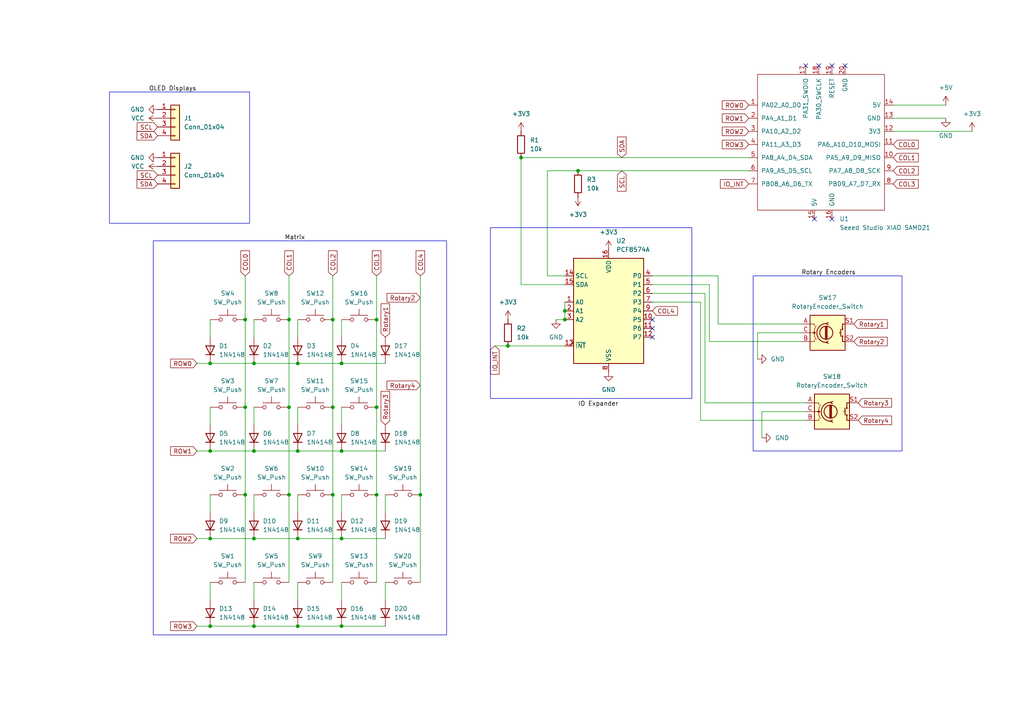
<source format=kicad_sch>
(kicad_sch (version 20231120) (generator "eeschema") (generator_version "8.0")
  (paper "A4")
  (lib_symbols
    (symbol "Connector_Generic:Conn_01x04" (pin_names (offset 1.016) hide)
      (property "Reference" "J" (at 0 5.08 0))
      (property "Value" "Conn_01x04" (at 0 -7.62 0))
      (symbol "Conn_01x04_1_1"
        (rectangle (start -1.27 -4.953) (end 0 -5.207) (stroke (width 0.1524)))
        (rectangle (start -1.27 -2.413) (end 0 -2.667) (stroke (width 0.1524)))
        (rectangle (start -1.27 0.127) (end 0 -0.127) (stroke (width 0.1524)))
        (rectangle (start -1.27 2.667) (end 0 2.413) (stroke (width 0.1524)))
        (rectangle (start -1.27 3.81) (end 1.27 -6.35) (stroke (width 0.254)) (fill (type background)))
        (pin passive line (at -5.08 2.54 0) (length 3.81) (name "Pin_1") (number "1"))
        (pin passive line (at -5.08 0 0) (length 3.81) (name "Pin_2") (number "2"))
        (pin passive line (at -5.08 -2.54 0) (length 3.81) (name "Pin_3") (number "3"))
        (pin passive line (at -5.08 -5.08 0) (length 3.81) (name "Pin_4") (number "4"))
      )
    )
    (symbol "Device:R" (pin_numbers hide) (pin_names (offset 0))
      (property "Reference" "R" (at 2.032 0 90))
      (property "Value" "R" (at 0 0 90))
      (symbol "R_0_1"
        (rectangle (start -1.016 -2.54) (end 1.016 2.54) (stroke (width 0.254)))
      )
      (symbol "R_1_1"
        (pin passive line (at 0 3.81 270) (length 1.27) (name "~") (number "1"))
        (pin passive line (at 0 -3.81 90) (length 1.27) (name "~") (number "2"))
      )
    )
    (symbol "Device:RotaryEncoder_Switch" (pin_names (offset 0.254) hide)
      (property "Reference" "SW" (at 0 6.604 0))
      (property "Value" "RotaryEncoder_Switch" (at 0 -6.604 0))
      (symbol "RotaryEncoder_Switch_0_1"
        (rectangle (start -5.08 5.08) (end 5.08 -5.08) (stroke (width 0.254)) (fill (type background)))
        (circle (center -3.81 0) (radius 0.254) (fill (type outline)))
        (circle (center -0.381 0) (radius 1.905) (stroke (width 0.254)))
        (arc (start -0.381 2.667) (mid -3.0988 -0.0635) (end -0.381 -2.794) (stroke (width 0.254)))
        (polyline (pts (xy -0.635 -1.778) (xy -0.635 1.778)) (stroke (width 0.254)))
        (polyline (pts (xy -0.381 -1.778) (xy -0.381 1.778)) (stroke (width 0.254)))
        (polyline (pts (xy -0.127 1.778) (xy -0.127 -1.778)) (stroke (width 0.254)))
        (polyline (pts (xy 3.81 0) (xy 3.429 0)) (stroke (width 0.254)))
        (polyline (pts (xy 3.81 1.016) (xy 3.81 -1.016)) (stroke (width 0.254)))
        (polyline (pts (xy -5.08 -2.54) (xy -3.81 -2.54) (xy -3.81 -2.032)))
        (polyline (pts (xy -5.08 2.54) (xy -3.81 2.54) (xy -3.81 2.032)))
        (polyline (pts (xy 0.254 -3.048) (xy -0.508 -2.794) (xy 0.127 -2.413)) (stroke (width 0.254)))
        (polyline (pts (xy 0.254 2.921) (xy -0.508 2.667) (xy 0.127 2.286)) (stroke (width 0.254)))
        (polyline (pts (xy 5.08 -2.54) (xy 4.318 -2.54) (xy 4.318 -1.016)) (stroke (width 0.254)))
        (polyline (pts (xy 5.08 2.54) (xy 4.318 2.54) (xy 4.318 1.016)) (stroke (width 0.254)))
        (polyline (pts (xy -5.08 0) (xy -3.81 0) (xy -3.81 -1.016) (xy -3.302 -2.032)))
        (polyline (pts (xy -4.318 0) (xy -3.81 0) (xy -3.81 1.016) (xy -3.302 2.032)))
        (circle (center 4.318 -1.016) (radius 0.127) (stroke (width 0.254)))
        (circle (center 4.318 1.016) (radius 0.127) (stroke (width 0.254)))
      )
      (symbol "RotaryEncoder_Switch_1_1"
        (pin passive line (at -7.62 2.54 0) (length 2.54) (name "A") (number "A"))
        (pin passive line (at -7.62 -2.54 0) (length 2.54) (name "B") (number "B"))
        (pin passive line (at -7.62 0 0) (length 2.54) (name "C") (number "C"))
        (pin passive line (at 7.62 2.54 180) (length 2.54) (name "S1") (number "S1"))
        (pin passive line (at 7.62 -2.54 180) (length 2.54) (name "S2") (number "S2"))
      )
    )
    (symbol "Diode:1N4148" (pin_numbers hide) (pin_names hide)
      (property "Reference" "D" (at 0 2.54 0))
      (property "Value" "1N4148" (at 0 -2.54 0))
      (symbol "1N4148_0_1"
        (polyline (pts (xy -1.27 1.27) (xy -1.27 -1.27)) (stroke (width 0.254)))
        (polyline (pts (xy 1.27 0) (xy -1.27 0)))
        (polyline (pts (xy 1.27 1.27) (xy 1.27 -1.27) (xy -1.27 0) (xy 1.27 1.27)) (stroke (width 0.254)))
      )
      (symbol "1N4148_1_1"
        (pin passive line (at -3.81 0 0) (length 2.54) (name "K") (number "1"))
        (pin passive line (at 3.81 0 180) (length 2.54) (name "A") (number "2"))
      )
    )
    (symbol "Interface_Expansion:PCF8574A"
      (property "Reference" "U" (at -8.89 16.51 0))
      (property "Value" "PCF8574A" (at 2.54 16.51 0))
      (symbol "PCF8574A_0_1"
        (rectangle (start -10.16 15.24) (end 10.16 -15.24) (stroke (width 0.254)) (fill (type background)))
      )
      (symbol "PCF8574A_1_1"
        (pin input line (at -12.7 2.54 0) (length 2.54) (name "A0") (number "1"))
        (pin bidirectional line (at 12.7 -2.54 180) (length 2.54) (name "P5") (number "10"))
        (pin bidirectional line (at 12.7 -5.08 180) (length 2.54) (name "P6") (number "11"))
        (pin bidirectional line (at 12.7 -7.62 180) (length 2.54) (name "P7") (number "12"))
        (pin open_collector output_low (at -12.7 -10.16 0) (length 2.54) (name "~{INT}") (number "13"))
        (pin input line (at -12.7 10.16 0) (length 2.54) (name "SCL") (number "14"))
        (pin bidirectional line (at -12.7 7.62 0) (length 2.54) (name "SDA") (number "15"))
        (pin power_in line (at 0 17.78 270) (length 2.54) (name "VDD") (number "16"))
        (pin input line (at -12.7 0 0) (length 2.54) (name "A1") (number "2"))
        (pin input line (at -12.7 -2.54 0) (length 2.54) (name "A2") (number "3"))
        (pin bidirectional line (at 12.7 10.16 180) (length 2.54) (name "P0") (number "4"))
        (pin bidirectional line (at 12.7 7.62 180) (length 2.54) (name "P1") (number "5"))
        (pin bidirectional line (at 12.7 5.08 180) (length 2.54) (name "P2") (number "6"))
        (pin bidirectional line (at 12.7 2.54 180) (length 2.54) (name "P3") (number "7"))
        (pin power_in line (at 0 -17.78 90) (length 2.54) (name "VSS") (number "8"))
        (pin bidirectional line (at 12.7 0 180) (length 2.54) (name "P4") (number "9"))
      )
    )
    (symbol "Seeed_Studio_XIAO_Series:Seeed Studio XIAO SAMD21" (pin_names (offset 1.016))
      (property "Reference" "U" (at -19.05 22.86 0))
      (property "Value" "Seeed Studio XIAO SAMD21" (at -12.7 21.59 0))
      (symbol "Seeed Studio XIAO SAMD21_0_1"
        (rectangle (start -19.05 20.32) (end 17.78 -19.05))
      )
      (symbol "Seeed Studio XIAO SAMD21_1_1"
        (pin unspecified line (at -21.59 11.43 0) (length 2.54) (name "PA02_A0_D0") (number "1"))
        (pin unspecified line (at 20.32 -3.81 180) (length 2.54) (name "PA5_A9_D9_MISO") (number "10"))
        (pin unspecified line (at 20.32 0 180) (length 2.54) (name "PA6_A10_D10_MOSI") (number "11"))
        (pin unspecified line (at 20.32 3.81 180) (length 2.54) (name "3V3") (number "12"))
        (pin unspecified line (at 20.32 7.62 180) (length 2.54) (name "GND") (number "13"))
        (pin unspecified line (at 20.32 11.43 180) (length 2.54) (name "5V") (number "14"))
        (pin input line (at -2.54 -21.59 90) (length 2.54) (name "5V") (number "15"))
        (pin input line (at 2.54 -21.59 90) (length 2.54) (name "GND") (number "16"))
        (pin input line (at -5.08 22.86 270) (length 2.54) (name "PA31_SWDIO") (number "17"))
        (pin input line (at -1.27 22.86 270) (length 2.54) (name "PA30_SWCLK") (number "18"))
        (pin input line (at 2.54 22.86 270) (length 2.54) (name "RESET") (number "19"))
        (pin unspecified line (at -21.59 7.62 0) (length 2.54) (name "PA4_A1_D1") (number "2"))
        (pin input line (at 6.35 22.86 270) (length 2.54) (name "GND") (number "20"))
        (pin unspecified line (at -21.59 3.81 0) (length 2.54) (name "PA10_A2_D2") (number "3"))
        (pin unspecified line (at -21.59 0 0) (length 2.54) (name "PA11_A3_D3") (number "4"))
        (pin unspecified line (at -21.59 -3.81 0) (length 2.54) (name "PA8_A4_D4_SDA") (number "5"))
        (pin unspecified line (at -21.59 -7.62 0) (length 2.54) (name "PA9_A5_D5_SCL") (number "6"))
        (pin unspecified line (at -21.59 -11.43 0) (length 2.54) (name "PB08_A6_D6_TX") (number "7"))
        (pin unspecified line (at 20.32 -11.43 180) (length 2.54) (name "PB09_A7_D7_RX") (number "8"))
        (pin unspecified line (at 20.32 -7.62 180) (length 2.54) (name "PA7_A8_D8_SCK") (number "9"))
      )
    )
    (symbol "Switch:SW_Push" (pin_numbers hide) (pin_names (offset 1.016) hide)
      (property "Reference" "SW" (at 1.27 2.54 0))
      (property "Value" "SW_Push" (at 0 -1.524 0))
      (symbol "SW_Push_0_1"
        (circle (center -2.032 0) (radius 0.508))
        (polyline (pts (xy 0 1.27) (xy 0 3.048)))
        (polyline (pts (xy 2.54 1.27) (xy -2.54 1.27)))
        (circle (center 2.032 0) (radius 0.508))
        (pin passive line (at -5.08 0 0) (length 2.54) (name "1") (number "1"))
        (pin passive line (at 5.08 0 180) (length 2.54) (name "2") (number "2"))
      )
    )
    (symbol "power:+3V3" (power) (pin_numbers hide) (pin_names (offset 0) hide)
      (property "Value" "+3V3" (at 0 3.556 0))
      (symbol "+3V3_0_1"
        (polyline (pts (xy -0.762 1.27) (xy 0 2.54)))
        (polyline (pts (xy 0 0) (xy 0 2.54)))
        (polyline (pts (xy 0 2.54) (xy 0.762 1.27)))
      )
      (symbol "+3V3_1_1"
        (pin power_in line (at 0 0 90) (length 0) (name "~") (number "1"))
      )
    )
    (symbol "power:+5V" (power) (pin_numbers hide) (pin_names (offset 0) hide)
      (property "Value" "+5V" (at 0 3.556 0))
      (symbol "+5V_0_1"
        (polyline (pts (xy -0.762 1.27) (xy 0 2.54)))
        (polyline (pts (xy 0 0) (xy 0 2.54)))
        (polyline (pts (xy 0 2.54) (xy 0.762 1.27)))
      )
      (symbol "+5V_1_1"
        (pin power_in line (at 0 0 90) (length 0) (name "~") (number "1"))
      )
    )
    (symbol "power:GND" (power) (pin_numbers hide) (pin_names (offset 0) hide)
      (property "Value" "GND" (at 0 -3.81 0))
      (symbol "GND_0_1"
        (polyline (pts (xy 0 0) (xy 0 -1.27) (xy 1.27 -1.27) (xy 0 -2.54) (xy -1.27 -1.27) (xy 0 -1.27)))
      )
      (symbol "GND_1_1"
        (pin power_in line (at 0 0 270) (length 0) (name "~") (number "1"))
      )
    )
    (symbol "power:VCC" (power) (pin_numbers hide) (pin_names (offset 0) hide)
      (property "Value" "VCC" (at 0 3.556 0))
      (symbol "VCC_0_1"
        (polyline (pts (xy -0.762 1.27) (xy 0 2.54)))
        (polyline (pts (xy 0 0) (xy 0 2.54)))
        (polyline (pts (xy 0 2.54) (xy 0.762 1.27)))
      )
      (symbol "VCC_1_1"
        (pin power_in line (at 0 0 90) (length 0) (name "~") (number "1"))
      )
    )
  )
  (junction (at 99.06 156.21))
  (junction (at 71.12 143.51))
  (junction (at 86.36 181.61))
  (junction (at 96.52 143.51))
  (junction (at 73.66 130.81))
  (junction (at 86.36 156.21))
  (junction (at 109.22 92.71))
  (junction (at 121.92 143.51))
  (junction (at 86.36 105.41))
  (junction (at 163.83 92.71))
  (junction (at 71.12 92.71))
  (junction (at 73.66 181.61))
  (junction (at 60.96 105.41))
  (junction (at 99.06 105.41))
  (junction (at 109.22 118.11))
  (junction (at 83.82 92.71))
  (junction (at 99.06 130.81))
  (junction (at 73.66 105.41))
  (junction (at 109.22 143.51))
  (junction (at 167.64 49.53))
  (junction (at 147.32 100.33))
  (junction (at 60.96 130.81))
  (junction (at 83.82 143.51))
  (junction (at 99.06 181.61))
  (junction (at 83.82 118.11))
  (junction (at 60.96 181.61))
  (junction (at 151.13 45.72))
  (junction (at 60.96 156.21))
  (junction (at 163.83 90.17))
  (junction (at 71.12 118.11))
  (junction (at 96.52 92.71))
  (junction (at 96.52 118.11))
  (junction (at 73.66 156.21))
  (junction (at 86.36 130.81))
  (no_connect (at 241.3 19.05))
  (no_connect (at 189.23 95.25))
  (no_connect (at 189.23 92.71))
  (no_connect (at 236.22 63.5))
  (no_connect (at 189.23 97.79))
  (no_connect (at 245.11 19.05))
  (no_connect (at 241.3 63.5))
  (no_connect (at 237.49 19.05))
  (no_connect (at 233.68 19.05))
  (wire (pts (xy 71.12 143.51) (xy 71.12 168.91)))
  (wire (pts (xy 57.15 156.21) (xy 60.96 156.21)))
  (wire (pts (xy 57.15 105.41) (xy 60.96 105.41)))
  (wire (pts (xy 204.47 116.84) (xy 204.47 85.09)))
  (wire (pts (xy 71.12 92.71) (xy 71.12 118.11)))
  (wire (pts (xy 219.71 96.52) (xy 219.71 104.14)))
  (wire (pts (xy 151.13 82.55) (xy 151.13 45.72)))
  (wire (pts (xy 83.82 80.01) (xy 83.82 92.71)))
  (wire (pts (xy 83.82 118.11) (xy 83.82 143.51)))
  (wire (pts (xy 163.83 87.63) (xy 163.83 90.17)))
  (wire (pts (xy 208.28 93.98) (xy 208.28 80.01)))
  (wire (pts (xy 60.96 143.51) (xy 60.96 148.59)))
  (wire (pts (xy 60.96 156.21) (xy 73.66 156.21)))
  (wire (pts (xy 208.28 80.01) (xy 189.23 80.01)))
  (wire (pts (xy 163.83 80.01) (xy 158.75 80.01)))
  (wire (pts (xy 111.76 143.51) (xy 111.76 148.59)))
  (wire (pts (xy 151.13 45.72) (xy 217.17 45.72)))
  (wire (pts (xy 60.96 105.41) (xy 73.66 105.41)))
  (wire (pts (xy 86.36 130.81) (xy 99.06 130.81)))
  (wire (pts (xy 60.96 92.71) (xy 60.96 97.79)))
  (wire (pts (xy 143.51 100.33) (xy 147.32 100.33)))
  (wire (pts (xy 73.66 181.61) (xy 86.36 181.61)))
  (wire (pts (xy 73.66 143.51) (xy 73.66 148.59)))
  (wire (pts (xy 205.74 99.06) (xy 232.41 99.06)))
  (wire (pts (xy 99.06 130.81) (xy 111.76 130.81)))
  (wire (pts (xy 96.52 80.01) (xy 96.52 92.71)))
  (wire (pts (xy 83.82 92.71) (xy 83.82 118.11)))
  (wire (pts (xy 232.41 96.52) (xy 219.71 96.52)))
  (wire (pts (xy 60.96 181.61) (xy 73.66 181.61)))
  (wire (pts (xy 99.06 181.61) (xy 111.76 181.61)))
  (wire (pts (xy 83.82 143.51) (xy 83.82 168.91)))
  (wire (pts (xy 96.52 92.71) (xy 96.52 118.11)))
  (wire (pts (xy 259.08 34.29) (xy 274.32 34.29)))
  (wire (pts (xy 96.52 143.51) (xy 96.52 168.91)))
  (wire (pts (xy 167.64 49.53) (xy 217.17 49.53)))
  (wire (pts (xy 86.36 105.41) (xy 99.06 105.41)))
  (wire (pts (xy 86.36 143.51) (xy 86.36 148.59)))
  (wire (pts (xy 99.06 105.41) (xy 111.76 105.41)))
  (wire (pts (xy 96.52 118.11) (xy 96.52 143.51)))
  (wire (pts (xy 86.36 168.91) (xy 86.36 173.99)))
  (wire (pts (xy 73.66 156.21) (xy 86.36 156.21)))
  (wire (pts (xy 109.22 92.71) (xy 109.22 118.11)))
  (wire (pts (xy 86.36 156.21) (xy 99.06 156.21)))
  (wire (pts (xy 109.22 80.01) (xy 109.22 92.71)))
  (wire (pts (xy 158.75 80.01) (xy 158.75 49.53)))
  (wire (pts (xy 57.15 181.61) (xy 60.96 181.61)))
  (wire (pts (xy 99.06 118.11) (xy 99.06 123.19)))
  (wire (pts (xy 60.96 130.81) (xy 73.66 130.81)))
  (wire (pts (xy 233.68 116.84) (xy 204.47 116.84)))
  (wire (pts (xy 60.96 123.19) (xy 60.96 118.11)))
  (wire (pts (xy 109.22 118.11) (xy 109.22 143.51)))
  (wire (pts (xy 73.66 168.91) (xy 73.66 173.99)))
  (wire (pts (xy 73.66 105.41) (xy 86.36 105.41)))
  (wire (pts (xy 99.06 143.51) (xy 99.06 148.59)))
  (wire (pts (xy 86.36 92.71) (xy 86.36 97.79)))
  (wire (pts (xy 147.32 100.33) (xy 163.83 100.33)))
  (wire (pts (xy 99.06 92.71) (xy 99.06 97.79)))
  (wire (pts (xy 189.23 85.09) (xy 204.47 85.09)))
  (wire (pts (xy 158.75 49.53) (xy 167.64 49.53)))
  (wire (pts (xy 71.12 118.11) (xy 71.12 143.51)))
  (wire (pts (xy 86.36 181.61) (xy 99.06 181.61)))
  (wire (pts (xy 60.96 168.91) (xy 60.96 173.99)))
  (wire (pts (xy 205.74 82.55) (xy 189.23 82.55)))
  (wire (pts (xy 109.22 143.51) (xy 109.22 168.91)))
  (wire (pts (xy 220.98 119.38) (xy 220.98 127)))
  (wire (pts (xy 71.12 80.01) (xy 71.12 92.71)))
  (wire (pts (xy 73.66 118.11) (xy 73.66 123.19)))
  (wire (pts (xy 203.2 121.92) (xy 203.2 87.63)))
  (wire (pts (xy 99.06 168.91) (xy 99.06 173.99)))
  (wire (pts (xy 163.83 90.17) (xy 163.83 92.71)))
  (wire (pts (xy 233.68 121.92) (xy 203.2 121.92)))
  (wire (pts (xy 73.66 130.81) (xy 86.36 130.81)))
  (wire (pts (xy 121.92 143.51) (xy 121.92 168.91)))
  (wire (pts (xy 233.68 119.38) (xy 220.98 119.38)))
  (wire (pts (xy 73.66 92.71) (xy 73.66 97.79)))
  (wire (pts (xy 86.36 118.11) (xy 86.36 123.19)))
  (wire (pts (xy 205.74 99.06) (xy 205.74 82.55)))
  (wire (pts (xy 57.15 130.81) (xy 60.96 130.81)))
  (wire (pts (xy 163.83 82.55) (xy 151.13 82.55)))
  (wire (pts (xy 99.06 156.21) (xy 111.76 156.21)))
  (wire (pts (xy 259.08 30.48) (xy 274.32 30.48)))
  (wire (pts (xy 121.92 80.01) (xy 121.92 143.51)))
  (wire (pts (xy 189.23 87.63) (xy 203.2 87.63)))
  (wire (pts (xy 111.76 168.91) (xy 111.76 173.99)))
  (wire (pts (xy 259.08 38.1) (xy 281.94 38.1)))
  (wire (pts (xy 232.41 93.98) (xy 208.28 93.98)))
  (wire (pts (xy 161.29 92.71) (xy 163.83 92.71)))
  (rectangle (start 31.75 26.67) (end 72.39 64.77))
  (rectangle (start 218.44 80.01) (end 261.62 130.81))
  (rectangle (start 44.45 69.85) (end 129.54 184.15))
  (rectangle (start 142.24 66.04) (end 200.66 115.57))
  (label "Matrix" (at 82.55 69.85 0))
  (label "OLED Displays" (at 43.18 26.67 0))
  (label "Rotary Encoders" (at 232.41 80.01 0))
  (label "IO Expander" (at 167.64 118.11 0))
  (global_label "COL0" (shape input) (at 259.08 41.91 0) (property "Intersheetrefs" "${INTERSHEET_REFS}" (effects (hide yes))))
  (global_label "COL2" (shape input) (at 259.08 49.53 0) (property "Intersheetrefs" "${INTERSHEET_REFS}" (effects (hide yes))))
  (global_label "ROW3" (shape input) (at 57.15 181.61 180) (property "Intersheetrefs" "${INTERSHEET_REFS}" (effects (hide yes))))
  (global_label "Rotary4" (shape input) (at 248.92 121.92 0) (property "Intersheetrefs" "${INTERSHEET_REFS}" (effects (hide yes))))
  (global_label "ROW1" (shape input) (at 57.15 130.81 180) (property "Intersheetrefs" "${INTERSHEET_REFS}" (effects (hide yes))))
  (global_label "COL4" (shape input) (at 189.23 90.17 0) (property "Intersheetrefs" "${INTERSHEET_REFS}" (effects (hide yes))))
  (global_label "IO_INT" (shape input) (at 143.51 100.33 270) (property "Intersheetrefs" "${INTERSHEET_REFS}" (effects (hide yes))))
  (global_label "Rotary3" (shape input) (at 111.76 123.19 90) (property "Intersheetrefs" "${INTERSHEET_REFS}" (effects (hide yes))))
  (global_label "Rotary4" (shape input) (at 121.92 111.76 180) (property "Intersheetrefs" "${INTERSHEET_REFS}" (effects (hide yes))))
  (global_label "COL1" (shape input) (at 259.08 45.72 0) (property "Intersheetrefs" "${INTERSHEET_REFS}" (effects (hide yes))))
  (global_label "SDA" (shape input) (at 180.34 45.72 90) (property "Intersheetrefs" "${INTERSHEET_REFS}" (effects (hide yes))))
  (global_label "IO_INT" (shape input) (at 217.17 53.34 180) (property "Intersheetrefs" "${INTERSHEET_REFS}" (effects (hide yes))))
  (global_label "ROW0" (shape input) (at 217.17 30.48 180) (property "Intersheetrefs" "${INTERSHEET_REFS}" (effects (hide yes))))
  (global_label "ROW2" (shape input) (at 57.15 156.21 180) (property "Intersheetrefs" "${INTERSHEET_REFS}" (effects (hide yes))))
  (global_label "Rotary2" (shape input) (at 121.92 86.36 180) (property "Intersheetrefs" "${INTERSHEET_REFS}" (effects (hide yes))))
  (global_label "ROW1" (shape input) (at 217.17 34.29 180) (property "Intersheetrefs" "${INTERSHEET_REFS}" (effects (hide yes))))
  (global_label "COL4" (shape input) (at 121.92 80.01 90) (property "Intersheetrefs" "${INTERSHEET_REFS}" (effects (hide yes))))
  (global_label "ROW3" (shape input) (at 217.17 41.91 180) (property "Intersheetrefs" "${INTERSHEET_REFS}" (effects (hide yes))))
  (global_label "COL1" (shape input) (at 83.82 80.01 90) (property "Intersheetrefs" "${INTERSHEET_REFS}" (effects (hide yes))))
  (global_label "SDA" (shape input) (at 45.72 53.34 180) (property "Intersheetrefs" "${INTERSHEET_REFS}" (effects (hide yes))))
  (global_label "COL3" (shape input) (at 109.22 80.01 90) (property "Intersheetrefs" "${INTERSHEET_REFS}" (effects (hide yes))))
  (global_label "Rotary2" (shape input) (at 247.65 99.06 0) (property "Intersheetrefs" "${INTERSHEET_REFS}" (effects (hide yes))))
  (global_label "Rotary1" (shape input) (at 247.65 93.98 0) (property "Intersheetrefs" "${INTERSHEET_REFS}" (effects (hide yes))))
  (global_label "COL2" (shape input) (at 96.52 80.01 90) (property "Intersheetrefs" "${INTERSHEET_REFS}" (effects (hide yes))))
  (global_label "SCL" (shape input) (at 180.34 49.53 270) (property "Intersheetrefs" "${INTERSHEET_REFS}" (effects (hide yes))))
  (global_label "ROW2" (shape input) (at 217.17 38.1 180) (property "Intersheetrefs" "${INTERSHEET_REFS}" (effects (hide yes))))
  (global_label "Rotary1" (shape input) (at 111.76 97.79 90) (property "Intersheetrefs" "${INTERSHEET_REFS}" (effects (hide yes))))
  (global_label "SCL" (shape input) (at 45.72 36.83 180) (property "Intersheetrefs" "${INTERSHEET_REFS}" (effects (hide yes))))
  (global_label "ROW0" (shape input) (at 57.15 105.41 180) (property "Intersheetrefs" "${INTERSHEET_REFS}" (effects (hide yes))))
  (global_label "Rotary3" (shape input) (at 248.92 116.84 0) (property "Intersheetrefs" "${INTERSHEET_REFS}" (effects (hide yes))))
  (global_label "SCL" (shape input) (at 45.72 50.8 180) (property "Intersheetrefs" "${INTERSHEET_REFS}" (effects (hide yes))))
  (global_label "COL3" (shape input) (at 259.08 53.34 0) (property "Intersheetrefs" "${INTERSHEET_REFS}" (effects (hide yes))))
  (global_label "SDA" (shape input) (at 45.72 39.37 180) (property "Intersheetrefs" "${INTERSHEET_REFS}" (effects (hide yes))))
  (global_label "COL0" (shape input) (at 71.12 80.01 90) (property "Intersheetrefs" "${INTERSHEET_REFS}" (effects (hide yes))))
  (symbol (lib_id "power:GND") (at 219.71 104.14 90) (unit 1)
    (property "Reference" "#PWR06" (effects (hide yes)))
    (property "Value" "GND" (at 223.52 104.1399 90) (effects (justify right)))
    (property "Description" "Power symbol creates a global label with name \"GND\" , ground" (effects (hide yes)))
  )
  (symbol (lib_id "Device:R") (at 151.13 41.91 0) (unit 1)
    (property "Reference" "R1" (at 153.67 40.6399 0) (effects (justify left)))
    (property "Value" "10k" (at 153.67 43.1799 0) (effects (justify left)))
    (property "Footprint" "Resistor_THT:R_Axial_DIN0204_L3.6mm_D1.6mm_P5.08mm_Horizontal" (effects (hide yes)))
    (property "Description" "Resistor" (effects (hide yes)))
  )
  (symbol (lib_id "Switch:SW_Push") (at 78.74 143.51 0) (unit 1)
    (property "Reference" "SW6" (at 78.74 135.89 0))
    (property "Value" "SW_Push" (at 78.74 138.43 0))
    (property "Footprint" "Button_Switch_Keyboard:SW_Cherry_MX_1.00u_PCB" (effects (hide yes)))
    (property "Description" "Push button switch, generic, two pins" (effects (hide yes)))
  )
  (symbol (lib_id "power:GND") (at 161.29 92.71 0) (unit 1)
    (property "Reference" "#PWR07" (effects (hide yes)))
    (property "Value" "GND" (at 161.29 97.79 0))
    (property "Description" "Power symbol creates a global label with name \"GND\" , ground" (effects (hide yes)))
  )
  (symbol (lib_id "Device:RotaryEncoder_Switch") (at 241.3 119.38 0) (unit 1)
    (property "Reference" "SW18" (at 241.3 109.22 0))
    (property "Value" "RotaryEncoder_Switch" (at 241.3 111.76 0))
    (property "Footprint" "Library:RotaryEncoder_Alps_EC11E-Switch_Vertical_H20mm" (effects (hide yes)))
    (property "Description" "Rotary encoder, dual channel, incremental quadrate outputs, with switch" (effects (hide yes)))
  )
  (symbol (lib_id "Diode:1N4148") (at 73.66 152.4 90) (unit 1)
    (property "Reference" "D10" (at 76.2 151.1299 90) (effects (justify right)))
    (property "Value" "1N4148" (at 76.2 153.6699 90) (effects (justify right)))
    (property "Footprint" "Diode_THT:D_DO-35_SOD27_P7.62mm_Horizontal" (effects (hide yes)))
    (property "Datasheet" "https://assets.nexperia.com/documents/data-sheet/1N4148_1N4448.pdf" (effects (hide yes)))
    (property "Description" "100V 0.15A standard switching diode, DO-35" (effects (hide yes)))
    (property "Sim.Device" "D" (effects (hide yes)))
    (property "Sim.Pins" "1=K 2=A" (effects (hide yes)))
  )
  (symbol (lib_id "Seeed_Studio_XIAO_Series:Seeed Studio XIAO SAMD21") (at 238.76 41.91 0) (unit 1)
    (property "Reference" "U1" (at 243.4941 63.5 0) (effects (justify left)))
    (property "Value" "Seeed Studio XIAO SAMD21" (at 243.4941 66.04 0) (effects (justify left)))
    (property "Footprint" "Library:XIAO-SAMD21-RP2040-14P-2.54-21X17.8MM (Seeeduino XIAO)" (effects (hide yes)))
  )
  (symbol (lib_id "Switch:SW_Push") (at 66.04 118.11 0) (unit 1)
    (property "Reference" "SW3" (at 66.04 110.49 0))
    (property "Value" "SW_Push" (at 66.04 113.03 0))
    (property "Footprint" "Button_Switch_Keyboard:SW_Cherry_MX_1.00u_PCB" (effects (hide yes)))
    (property "Description" "Push button switch, generic, two pins" (effects (hide yes)))
  )
  (symbol (lib_id "Switch:SW_Push") (at 104.14 118.11 0) (unit 1)
    (property "Reference" "SW15" (at 104.14 110.49 0))
    (property "Value" "SW_Push" (at 104.14 113.03 0))
    (property "Footprint" "Button_Switch_Keyboard:SW_Cherry_MX_1.00u_PCB" (effects (hide yes)))
    (property "Description" "Push button switch, generic, two pins" (effects (hide yes)))
  )
  (symbol (lib_id "power:VCC") (at 45.72 48.26 90) (unit 1)
    (property "Reference" "#PWR015" (effects (hide yes)))
    (property "Value" "VCC" (at 41.91 48.2599 90) (effects (justify left)))
    (property "Description" "Power symbol creates a global label with name \"VCC\"" (effects (hide yes)))
  )
  (symbol (lib_id "Diode:1N4148") (at 73.66 177.8 90) (unit 1)
    (property "Reference" "D14" (at 76.2 176.5299 90) (effects (justify right)))
    (property "Value" "1N4148" (at 76.2 179.0699 90) (effects (justify right)))
    (property "Footprint" "Diode_THT:D_DO-35_SOD27_P7.62mm_Horizontal" (effects (hide yes)))
    (property "Datasheet" "https://assets.nexperia.com/documents/data-sheet/1N4148_1N4448.pdf" (effects (hide yes)))
    (property "Description" "100V 0.15A standard switching diode, DO-35" (effects (hide yes)))
    (property "Sim.Device" "D" (effects (hide yes)))
    (property "Sim.Pins" "1=K 2=A" (effects (hide yes)))
  )
  (symbol (lib_id "power:+3V3") (at 151.13 38.1 0) (unit 1)
    (property "Reference" "#PWR08" (effects (hide yes)))
    (property "Value" "+3V3" (at 151.13 33.02 0))
    (property "Description" "Power symbol creates a global label with name \"+3V3\"" (effects (hide yes)))
  )
  (symbol (lib_id "Diode:1N4148") (at 60.96 152.4 90) (unit 1)
    (property "Reference" "D9" (at 63.5 151.1299 90) (effects (justify right)))
    (property "Value" "1N4148" (at 63.5 153.6699 90) (effects (justify right)))
    (property "Footprint" "Diode_THT:D_DO-35_SOD27_P7.62mm_Horizontal" (effects (hide yes)))
    (property "Datasheet" "https://assets.nexperia.com/documents/data-sheet/1N4148_1N4448.pdf" (effects (hide yes)))
    (property "Description" "100V 0.15A standard switching diode, DO-35" (effects (hide yes)))
    (property "Sim.Device" "D" (effects (hide yes)))
    (property "Sim.Pins" "1=K 2=A" (effects (hide yes)))
  )
  (symbol (lib_id "power:GND") (at 45.72 45.72 270) (unit 1)
    (property "Reference" "#PWR014" (effects (hide yes)))
    (property "Value" "GND" (at 41.91 45.7199 90) (effects (justify right)))
    (property "Description" "Power symbol creates a global label with name \"GND\" , ground" (effects (hide yes)))
  )
  (symbol (lib_id "Diode:1N4148") (at 86.36 101.6 90) (unit 1)
    (property "Reference" "D3" (at 88.9 100.3299 90) (effects (justify right)))
    (property "Value" "1N4148" (at 88.9 102.8699 90) (effects (justify right)))
    (property "Footprint" "Diode_THT:D_DO-35_SOD27_P7.62mm_Horizontal" (effects (hide yes)))
    (property "Datasheet" "https://assets.nexperia.com/documents/data-sheet/1N4148_1N4448.pdf" (effects (hide yes)))
    (property "Description" "100V 0.15A standard switching diode, DO-35" (effects (hide yes)))
    (property "Sim.Device" "D" (effects (hide yes)))
    (property "Sim.Pins" "1=K 2=A" (effects (hide yes)))
  )
  (symbol (lib_id "Interface_Expansion:PCF8574A") (at 176.53 90.17 0) (unit 1)
    (property "Reference" "U2" (at 178.7241 69.85 0) (effects (justify left)))
    (property "Value" "PCF8574A" (at 178.7241 72.39 0) (effects (justify left)))
    (property "Footprint" "Library:PCF8574A" (effects (hide yes)))
    (property "Datasheet" "http://www.nxp.com/docs/en/data-sheet/PCF8574_PCF8574A.pdf" (effects (hide yes)))
    (property "Description" "8 Bit Port/Expander to I2C Bus, DIP/SOIC-16" (effects (hide yes)))
  )
  (symbol (lib_id "Switch:SW_Push") (at 91.44 168.91 0) (unit 1)
    (property "Reference" "SW9" (at 91.44 161.29 0))
    (property "Value" "SW_Push" (at 91.44 163.83 0))
    (property "Footprint" "Button_Switch_Keyboard:SW_Cherry_MX_1.00u_PCB" (effects (hide yes)))
    (property "Description" "Push button switch, generic, two pins" (effects (hide yes)))
  )
  (symbol (lib_id "power:VCC") (at 45.72 34.29 90) (unit 1)
    (property "Reference" "#PWR05" (effects (hide yes)))
    (property "Value" "VCC" (at 41.91 34.2899 90) (effects (justify left)))
    (property "Description" "Power symbol creates a global label with name \"VCC\"" (effects (hide yes)))
  )
  (symbol (lib_id "power:GND") (at 274.32 34.29 0) (unit 1)
    (property "Reference" "#PWR01" (effects (hide yes)))
    (property "Value" "GND" (at 274.32 39.37 0))
    (property "Description" "Power symbol creates a global label with name \"GND\" , ground" (effects (hide yes)))
  )
  (symbol (lib_id "Diode:1N4148") (at 99.06 177.8 90) (unit 1)
    (property "Reference" "D16" (at 101.6 176.5299 90) (effects (justify right)))
    (property "Value" "1N4148" (at 101.6 179.0699 90) (effects (justify right)))
    (property "Footprint" "Diode_THT:D_DO-35_SOD27_P7.62mm_Horizontal" (effects (hide yes)))
    (property "Datasheet" "https://assets.nexperia.com/documents/data-sheet/1N4148_1N4448.pdf" (effects (hide yes)))
    (property "Description" "100V 0.15A standard switching diode, DO-35" (effects (hide yes)))
    (property "Sim.Device" "D" (effects (hide yes)))
    (property "Sim.Pins" "1=K 2=A" (effects (hide yes)))
  )
  (symbol (lib_id "Diode:1N4148") (at 111.76 152.4 90) (unit 1)
    (property "Reference" "D19" (at 114.3 151.1299 90) (effects (justify right)))
    (property "Value" "1N4148" (at 114.3 153.6699 90) (effects (justify right)))
    (property "Footprint" "Diode_THT:D_DO-35_SOD27_P7.62mm_Horizontal" (effects (hide yes)))
    (property "Datasheet" "https://assets.nexperia.com/documents/data-sheet/1N4148_1N4448.pdf" (effects (hide yes)))
    (property "Description" "100V 0.15A standard switching diode, DO-35" (effects (hide yes)))
    (property "Sim.Device" "D" (effects (hide yes)))
    (property "Sim.Pins" "1=K 2=A" (effects (hide yes)))
  )
  (symbol (lib_id "Diode:1N4148") (at 99.06 127 90) (unit 1)
    (property "Reference" "D8" (at 101.6 125.7299 90) (effects (justify right)))
    (property "Value" "1N4148" (at 101.6 128.2699 90) (effects (justify right)))
    (property "Footprint" "Diode_THT:D_DO-35_SOD27_P7.62mm_Horizontal" (effects (hide yes)))
    (property "Datasheet" "https://assets.nexperia.com/documents/data-sheet/1N4148_1N4448.pdf" (effects (hide yes)))
    (property "Description" "100V 0.15A standard switching diode, DO-35" (effects (hide yes)))
    (property "Sim.Device" "D" (effects (hide yes)))
    (property "Sim.Pins" "1=K 2=A" (effects (hide yes)))
  )
  (symbol (lib_id "Device:R") (at 147.32 96.52 0) (unit 1)
    (property "Reference" "R2" (at 149.86 95.2499 0) (effects (justify left)))
    (property "Value" "10k" (at 149.86 97.7899 0) (effects (justify left)))
    (property "Footprint" "Resistor_THT:R_Axial_DIN0204_L3.6mm_D1.6mm_P5.08mm_Horizontal" (effects (hide yes)))
    (property "Description" "Resistor" (effects (hide yes)))
  )
  (symbol (lib_id "power:+5V") (at 274.32 30.48 0) (unit 1)
    (property "Reference" "#PWR04" (effects (hide yes)))
    (property "Value" "+5V" (at 274.32 25.4 0))
    (property "Description" "Power symbol creates a global label with name \"+5V\"" (effects (hide yes)))
  )
  (symbol (lib_id "Switch:SW_Push") (at 66.04 143.51 0) (unit 1)
    (property "Reference" "SW2" (at 66.04 135.89 0))
    (property "Value" "SW_Push" (at 66.04 138.43 0))
    (property "Footprint" "Button_Switch_Keyboard:SW_Cherry_MX_1.00u_PCB" (effects (hide yes)))
    (property "Description" "Push button switch, generic, two pins" (effects (hide yes)))
  )
  (symbol (lib_id "Switch:SW_Push") (at 91.44 92.71 0) (unit 1)
    (property "Reference" "SW12" (at 91.44 85.09 0))
    (property "Value" "SW_Push" (at 91.44 87.63 0))
    (property "Footprint" "Button_Switch_Keyboard:SW_Cherry_MX_1.00u_PCB" (effects (hide yes)))
    (property "Description" "Push button switch, generic, two pins" (effects (hide yes)))
  )
  (symbol (lib_id "power:GND") (at 220.98 127 90) (unit 1)
    (property "Reference" "#PWR013" (effects (hide yes)))
    (property "Value" "GND" (at 224.79 126.9999 90) (effects (justify right)))
    (property "Description" "Power symbol creates a global label with name \"GND\" , ground" (effects (hide yes)))
  )
  (symbol (lib_id "Connector_Generic:Conn_01x04") (at 50.8 48.26 0) (unit 1)
    (property "Reference" "J2" (at 53.34 48.2599 0) (effects (justify left)))
    (property "Value" "Conn_01x04" (at 53.34 50.7999 0) (effects (justify left)))
    (property "Footprint" "Library:SSD1306-0.91-OLED-4pin-128x32" (effects (hide yes)))
    (property "Description" "Generic connector, single row, 01x04, script generated (kicad-library-utils/schlib/autogen/connector/)" (effects (hide yes)))
  )
  (symbol (lib_id "Switch:SW_Push") (at 104.14 143.51 0) (unit 1)
    (property "Reference" "SW14" (at 104.14 135.89 0))
    (property "Value" "SW_Push" (at 104.14 138.43 0))
    (property "Footprint" "Button_Switch_Keyboard:SW_Cherry_MX_1.00u_PCB" (effects (hide yes)))
    (property "Description" "Push button switch, generic, two pins" (effects (hide yes)))
  )
  (symbol (lib_id "Diode:1N4148") (at 111.76 177.8 90) (unit 1)
    (property "Reference" "D20" (at 114.3 176.5299 90) (effects (justify right)))
    (property "Value" "1N4148" (at 114.3 179.0699 90) (effects (justify right)))
    (property "Footprint" "Diode_THT:D_DO-35_SOD27_P7.62mm_Horizontal" (effects (hide yes)))
    (property "Datasheet" "https://assets.nexperia.com/documents/data-sheet/1N4148_1N4448.pdf" (effects (hide yes)))
    (property "Description" "100V 0.15A standard switching diode, DO-35" (effects (hide yes)))
    (property "Sim.Device" "D" (effects (hide yes)))
    (property "Sim.Pins" "1=K 2=A" (effects (hide yes)))
  )
  (symbol (lib_id "Switch:SW_Push") (at 66.04 92.71 0) (unit 1)
    (property "Reference" "SW4" (at 66.04 85.09 0))
    (property "Value" "SW_Push" (at 66.04 87.63 0))
    (property "Footprint" "Button_Switch_Keyboard:SW_Cherry_MX_1.00u_PCB" (effects (hide yes)))
    (property "Description" "Push button switch, generic, two pins" (effects (hide yes)))
  )
  (symbol (lib_id "power:+3V3") (at 167.64 57.15 180) (unit 1)
    (property "Reference" "#PWR09" (effects (hide yes)))
    (property "Value" "+3V3" (at 167.64 62.23 0))
    (property "Description" "Power symbol creates a global label with name \"+3V3\"" (effects (hide yes)))
  )
  (symbol (lib_id "Diode:1N4148") (at 111.76 101.6 90) (unit 1)
    (property "Reference" "D17" (at 114.3 100.3299 90) (effects (justify right)))
    (property "Value" "1N4148" (at 114.3 102.8699 90) (effects (justify right)))
    (property "Footprint" "Diode_THT:D_DO-35_SOD27_P7.62mm_Horizontal" (effects (hide yes)))
    (property "Datasheet" "https://assets.nexperia.com/documents/data-sheet/1N4148_1N4448.pdf" (effects (hide yes)))
    (property "Description" "100V 0.15A standard switching diode, DO-35" (effects (hide yes)))
    (property "Sim.Device" "D" (effects (hide yes)))
    (property "Sim.Pins" "1=K 2=A" (effects (hide yes)))
  )
  (symbol (lib_id "power:+3V3") (at 281.94 38.1 0) (unit 1)
    (property "Reference" "#PWR03" (effects (hide yes)))
    (property "Value" "+3V3" (at 281.94 33.02 0))
    (property "Description" "Power symbol creates a global label with name \"+3V3\"" (effects (hide yes)))
  )
  (symbol (lib_id "Device:R") (at 167.64 53.34 0) (unit 1)
    (property "Reference" "R3" (at 170.18 52.0699 0) (effects (justify left)))
    (property "Value" "10k" (at 170.18 54.6099 0) (effects (justify left)))
    (property "Footprint" "Resistor_THT:R_Axial_DIN0204_L3.6mm_D1.6mm_P5.08mm_Horizontal" (effects (hide yes)))
    (property "Description" "Resistor" (effects (hide yes)))
  )
  (symbol (lib_id "Connector_Generic:Conn_01x04") (at 50.8 34.29 0) (unit 1)
    (property "Reference" "J1" (at 53.34 34.2899 0) (effects (justify left)))
    (property "Value" "Conn_01x04" (at 53.34 36.8299 0) (effects (justify left)))
    (property "Footprint" "Library:SSD1306-0.91-OLED-4pin-128x32" (effects (hide yes)))
    (property "Description" "Generic connector, single row, 01x04, script generated (kicad-library-utils/schlib/autogen/connector/)" (effects (hide yes)))
  )
  (symbol (lib_id "Device:RotaryEncoder_Switch") (at 240.03 96.52 0) (unit 1)
    (property "Reference" "SW17" (at 240.03 86.36 0))
    (property "Value" "RotaryEncoder_Switch" (at 240.03 88.9 0))
    (property "Footprint" "Library:RotaryEncoder_Alps_EC11E-Switch_Vertical_H20mm" (effects (hide yes)))
    (property "Description" "Rotary encoder, dual channel, incremental quadrate outputs, with switch" (effects (hide yes)))
  )
  (symbol (lib_id "Diode:1N4148") (at 73.66 127 90) (unit 1)
    (property "Reference" "D6" (at 76.2 125.7299 90) (effects (justify right)))
    (property "Value" "1N4148" (at 76.2 128.2699 90) (effects (justify right)))
    (property "Footprint" "Diode_THT:D_DO-35_SOD27_P7.62mm_Horizontal" (effects (hide yes)))
    (property "Datasheet" "https://assets.nexperia.com/documents/data-sheet/1N4148_1N4448.pdf" (effects (hide yes)))
    (property "Description" "100V 0.15A standard switching diode, DO-35" (effects (hide yes)))
    (property "Sim.Device" "D" (effects (hide yes)))
    (property "Sim.Pins" "1=K 2=A" (effects (hide yes)))
  )
  (symbol (lib_id "Diode:1N4148") (at 60.96 127 90) (unit 1)
    (property "Reference" "D5" (at 63.5 125.7299 90) (effects (justify right)))
    (property "Value" "1N4148" (at 63.5 128.2699 90) (effects (justify right)))
    (property "Footprint" "Diode_THT:D_DO-35_SOD27_P7.62mm_Horizontal" (effects (hide yes)))
    (property "Datasheet" "https://assets.nexperia.com/documents/data-sheet/1N4148_1N4448.pdf" (effects (hide yes)))
    (property "Description" "100V 0.15A standard switching diode, DO-35" (effects (hide yes)))
    (property "Sim.Device" "D" (effects (hide yes)))
    (property "Sim.Pins" "1=K 2=A" (effects (hide yes)))
  )
  (symbol (lib_id "Switch:SW_Push") (at 116.84 143.51 0) (unit 1)
    (property "Reference" "SW19" (at 116.84 135.89 0))
    (property "Value" "SW_Push" (at 116.84 138.43 0))
    (property "Footprint" "Button_Switch_Keyboard:SW_Cherry_MX_1.00u_PCB" (effects (hide yes)))
    (property "Description" "Push button switch, generic, two pins" (effects (hide yes)))
  )
  (symbol (lib_id "power:GND") (at 176.53 107.95 0) (unit 1)
    (property "Reference" "#PWR011" (effects (hide yes)))
    (property "Value" "GND" (at 176.53 113.03 0))
    (property "Description" "Power symbol creates a global label with name \"GND\" , ground" (effects (hide yes)))
  )
  (symbol (lib_id "Switch:SW_Push") (at 78.74 168.91 0) (unit 1)
    (property "Reference" "SW5" (at 78.74 161.29 0))
    (property "Value" "SW_Push" (at 78.74 163.83 0))
    (property "Footprint" "Button_Switch_Keyboard:SW_Cherry_MX_1.00u_PCB" (effects (hide yes)))
    (property "Description" "Push button switch, generic, two pins" (effects (hide yes)))
  )
  (symbol (lib_id "power:+3V3") (at 176.53 72.39 0) (unit 1)
    (property "Reference" "#PWR010" (effects (hide yes)))
    (property "Value" "+3V3" (at 176.53 67.31 0))
    (property "Description" "Power symbol creates a global label with name \"+3V3\"" (effects (hide yes)))
  )
  (symbol (lib_id "Switch:SW_Push") (at 78.74 92.71 0) (unit 1)
    (property "Reference" "SW8" (at 78.74 85.09 0))
    (property "Value" "SW_Push" (at 78.74 87.63 0))
    (property "Footprint" "Button_Switch_Keyboard:SW_Cherry_MX_1.00u_PCB" (effects (hide yes)))
    (property "Description" "Push button switch, generic, two pins" (effects (hide yes)))
  )
  (symbol (lib_id "Diode:1N4148") (at 111.76 127 90) (unit 1)
    (property "Reference" "D18" (at 114.3 125.7299 90) (effects (justify right)))
    (property "Value" "1N4148" (at 114.3 128.2699 90) (effects (justify right)))
    (property "Footprint" "Diode_THT:D_DO-35_SOD27_P7.62mm_Horizontal" (effects (hide yes)))
    (property "Datasheet" "https://assets.nexperia.com/documents/data-sheet/1N4148_1N4448.pdf" (effects (hide yes)))
    (property "Description" "100V 0.15A standard switching diode, DO-35" (effects (hide yes)))
    (property "Sim.Device" "D" (effects (hide yes)))
    (property "Sim.Pins" "1=K 2=A" (effects (hide yes)))
  )
  (symbol (lib_id "Diode:1N4148") (at 86.36 177.8 90) (unit 1)
    (property "Reference" "D15" (at 88.9 176.5299 90) (effects (justify right)))
    (property "Value" "1N4148" (at 88.9 179.0699 90) (effects (justify right)))
    (property "Footprint" "Diode_THT:D_DO-35_SOD27_P7.62mm_Horizontal" (effects (hide yes)))
    (property "Datasheet" "https://assets.nexperia.com/documents/data-sheet/1N4148_1N4448.pdf" (effects (hide yes)))
    (property "Description" "100V 0.15A standard switching diode, DO-35" (effects (hide yes)))
    (property "Sim.Device" "D" (effects (hide yes)))
    (property "Sim.Pins" "1=K 2=A" (effects (hide yes)))
  )
  (symbol (lib_id "Diode:1N4148") (at 99.06 101.6 90) (unit 1)
    (property "Reference" "D4" (at 101.6 100.3299 90) (effects (justify right)))
    (property "Value" "1N4148" (at 101.6 102.8699 90) (effects (justify right)))
    (property "Footprint" "Diode_THT:D_DO-35_SOD27_P7.62mm_Horizontal" (effects (hide yes)))
    (property "Datasheet" "https://assets.nexperia.com/documents/data-sheet/1N4148_1N4448.pdf" (effects (hide yes)))
    (property "Description" "100V 0.15A standard switching diode, DO-35" (effects (hide yes)))
    (property "Sim.Device" "D" (effects (hide yes)))
    (property "Sim.Pins" "1=K 2=A" (effects (hide yes)))
  )
  (symbol (lib_id "Switch:SW_Push") (at 91.44 143.51 0) (unit 1)
    (property "Reference" "SW10" (at 91.44 135.89 0))
    (property "Value" "SW_Push" (at 91.44 138.43 0))
    (property "Footprint" "Button_Switch_Keyboard:SW_Cherry_MX_1.00u_PCB" (effects (hide yes)))
    (property "Description" "Push button switch, generic, two pins" (effects (hide yes)))
  )
  (symbol (lib_id "Switch:SW_Push") (at 78.74 118.11 0) (unit 1)
    (property "Reference" "SW7" (at 78.74 110.49 0))
    (property "Value" "SW_Push" (at 78.74 113.03 0))
    (property "Footprint" "Button_Switch_Keyboard:SW_Cherry_MX_1.00u_PCB" (effects (hide yes)))
    (property "Description" "Push button switch, generic, two pins" (effects (hide yes)))
  )
  (symbol (lib_id "power:+3V3") (at 147.32 92.71 0) (unit 1)
    (property "Reference" "#PWR012" (effects (hide yes)))
    (property "Value" "+3V3" (at 147.32 87.63 0))
    (property "Description" "Power symbol creates a global label with name \"+3V3\"" (effects (hide yes)))
  )
  (symbol (lib_id "Diode:1N4148") (at 86.36 152.4 90) (unit 1)
    (property "Reference" "D11" (at 88.9 151.1299 90) (effects (justify right)))
    (property "Value" "1N4148" (at 88.9 153.6699 90) (effects (justify right)))
    (property "Footprint" "Diode_THT:D_DO-35_SOD27_P7.62mm_Horizontal" (effects (hide yes)))
    (property "Datasheet" "https://assets.nexperia.com/documents/data-sheet/1N4148_1N4448.pdf" (effects (hide yes)))
    (property "Description" "100V 0.15A standard switching diode, DO-35" (effects (hide yes)))
    (property "Sim.Device" "D" (effects (hide yes)))
    (property "Sim.Pins" "1=K 2=A" (effects (hide yes)))
  )
  (symbol (lib_id "Switch:SW_Push") (at 66.04 168.91 0) (unit 1)
    (property "Reference" "SW1" (at 66.04 161.29 0))
    (property "Value" "SW_Push" (at 66.04 163.83 0))
    (property "Footprint" "Button_Switch_Keyboard:SW_Cherry_MX_1.00u_PCB" (effects (hide yes)))
    (property "Description" "Push button switch, generic, two pins" (effects (hide yes)))
  )
  (symbol (lib_id "Switch:SW_Push") (at 91.44 118.11 0) (unit 1)
    (property "Reference" "SW11" (at 91.44 110.49 0))
    (property "Value" "SW_Push" (at 91.44 113.03 0))
    (property "Footprint" "Button_Switch_Keyboard:SW_Cherry_MX_1.00u_PCB" (effects (hide yes)))
    (property "Description" "Push button switch, generic, two pins" (effects (hide yes)))
  )
  (symbol (lib_id "Switch:SW_Push") (at 116.84 168.91 0) (unit 1)
    (property "Reference" "SW20" (at 116.84 161.29 0))
    (property "Value" "SW_Push" (at 116.84 163.83 0))
    (property "Footprint" "Button_Switch_Keyboard:SW_Cherry_MX_1.00u_PCB" (effects (hide yes)))
    (property "Description" "Push button switch, generic, two pins" (effects (hide yes)))
  )
  (symbol (lib_id "Diode:1N4148") (at 99.06 152.4 90) (unit 1)
    (property "Reference" "D12" (at 101.6 151.1299 90) (effects (justify right)))
    (property "Value" "1N4148" (at 101.6 153.6699 90) (effects (justify right)))
    (property "Footprint" "Diode_THT:D_DO-35_SOD27_P7.62mm_Horizontal" (effects (hide yes)))
    (property "Datasheet" "https://assets.nexperia.com/documents/data-sheet/1N4148_1N4448.pdf" (effects (hide yes)))
    (property "Description" "100V 0.15A standard switching diode, DO-35" (effects (hide yes)))
    (property "Sim.Device" "D" (effects (hide yes)))
    (property "Sim.Pins" "1=K 2=A" (effects (hide yes)))
  )
  (symbol (lib_id "Diode:1N4148") (at 60.96 101.6 90) (unit 1)
    (property "Reference" "D1" (at 63.5 100.3299 90) (effects (justify right)))
    (property "Value" "1N4148" (at 63.5 102.8699 90) (effects (justify right)))
    (property "Footprint" "Diode_THT:D_DO-35_SOD27_P7.62mm_Horizontal" (effects (hide yes)))
    (property "Datasheet" "https://assets.nexperia.com/documents/data-sheet/1N4148_1N4448.pdf" (effects (hide yes)))
    (property "Description" "100V 0.15A standard switching diode, DO-35" (effects (hide yes)))
    (property "Sim.Device" "D" (effects (hide yes)))
    (property "Sim.Pins" "1=K 2=A" (effects (hide yes)))
  )
  (symbol (lib_id "Diode:1N4148") (at 86.36 127 90) (unit 1)
    (property "Reference" "D7" (at 88.9 125.7299 90) (effects (justify right)))
    (property "Value" "1N4148" (at 88.9 128.2699 90) (effects (justify right)))
    (property "Footprint" "Diode_THT:D_DO-35_SOD27_P7.62mm_Horizontal" (effects (hide yes)))
    (property "Datasheet" "https://assets.nexperia.com/documents/data-sheet/1N4148_1N4448.pdf" (effects (hide yes)))
    (property "Description" "100V 0.15A standard switching diode, DO-35" (effects (hide yes)))
    (property "Sim.Device" "D" (effects (hide yes)))
    (property "Sim.Pins" "1=K 2=A" (effects (hide yes)))
  )
  (symbol (lib_id "Switch:SW_Push") (at 104.14 92.71 0) (unit 1)
    (property "Reference" "SW16" (at 104.14 85.09 0))
    (property "Value" "SW_Push" (at 104.14 87.63 0))
    (property "Footprint" "Button_Switch_Keyboard:SW_Cherry_MX_1.00u_PCB" (effects (hide yes)))
    (property "Description" "Push button switch, generic, two pins" (effects (hide yes)))
  )
  (symbol (lib_id "Diode:1N4148") (at 60.96 177.8 90) (unit 1)
    (property "Reference" "D13" (at 63.5 176.5299 90) (effects (justify right)))
    (property "Value" "1N4148" (at 63.5 179.0699 90) (effects (justify right)))
    (property "Footprint" "Diode_THT:D_DO-35_SOD27_P7.62mm_Horizontal" (effects (hide yes)))
    (property "Datasheet" "https://assets.nexperia.com/documents/data-sheet/1N4148_1N4448.pdf" (effects (hide yes)))
    (property "Description" "100V 0.15A standard switching diode, DO-35" (effects (hide yes)))
    (property "Sim.Device" "D" (effects (hide yes)))
    (property "Sim.Pins" "1=K 2=A" (effects (hide yes)))
  )
  (symbol (lib_id "Diode:1N4148") (at 73.66 101.6 90) (unit 1)
    (property "Reference" "D2" (at 76.2 100.3299 90) (effects (justify right)))
    (property "Value" "1N4148" (at 76.2 102.8699 90) (effects (justify right)))
    (property "Footprint" "Diode_THT:D_DO-35_SOD27_P7.62mm_Horizontal" (effects (hide yes)))
    (property "Datasheet" "https://assets.nexperia.com/documents/data-sheet/1N4148_1N4448.pdf" (effects (hide yes)))
    (property "Description" "100V 0.15A standard switching diode, DO-35" (effects (hide yes)))
    (property "Sim.Device" "D" (effects (hide yes)))
    (property "Sim.Pins" "1=K 2=A" (effects (hide yes)))
  )
  (symbol (lib_id "Switch:SW_Push") (at 104.14 168.91 0) (unit 1)
    (property "Reference" "SW13" (at 104.14 161.29 0))
    (property "Value" "SW_Push" (at 104.14 163.83 0))
    (property "Footprint" "Button_Switch_Keyboard:SW_Cherry_MX_1.00u_PCB" (effects (hide yes)))
    (property "Description" "Push button switch, generic, two pins" (effects (hide yes)))
  )
  (symbol (lib_id "power:GND") (at 45.72 31.75 270) (unit 1)
    (property "Reference" "#PWR02" (effects (hide yes)))
    (property "Value" "GND" (at 41.91 31.7499 90) (effects (justify right)))
    (property "Description" "Power symbol creates a global label with name \"GND\" , ground" (effects (hide yes)))
  )
)
</source>
